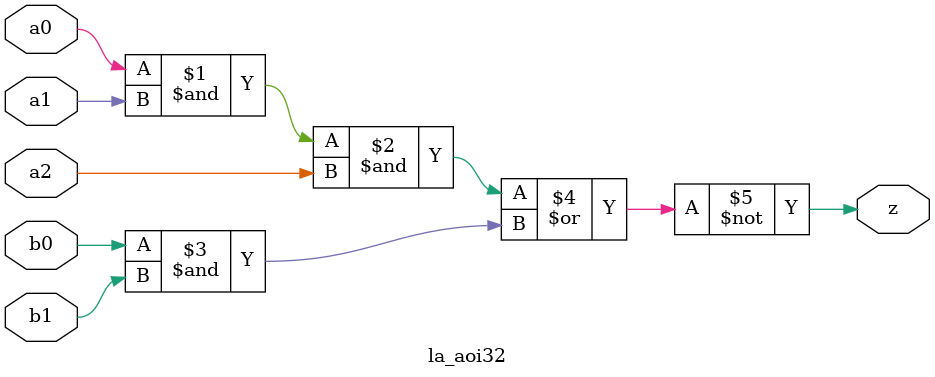
<source format=v>

module la_aoi32 #(parameter PROP = "DEFAULT")   (
    input  a0,
    input  a1,
    input  a2,
    input  b0,
    input  b1,
    output z
    );

   assign z = ~((a0 & a1 & a2) | (b0 & b1));

endmodule

</source>
